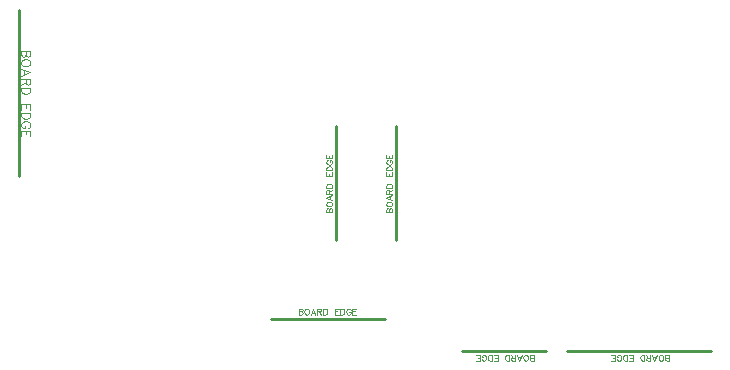
<source format=gbr>
G04 DipTrace 2.4.0.2*
%INTopAssy.gbr*%
%MOIN*%
%ADD10C,0.0098*%
%ADD12C,0.003*%
%ADD89C,0.0046*%
%FSLAX44Y44*%
G04*
G70*
G90*
G75*
G01*
%LNTopAssy*%
%LPD*%
X25834Y4342D2*
D10*
X21046D1*
X13342Y8046D2*
Y11834D1*
X15342Y8046D2*
Y11834D1*
X20334Y4342D2*
X17546D1*
X11171Y5414D2*
X14959D1*
X2759Y15688D2*
Y10177D1*
X24434Y4008D2*
D12*
Y4209D1*
X24348D1*
X24319Y4199D1*
X24310Y4190D1*
X24300Y4171D1*
Y4142D1*
X24310Y4123D1*
X24319Y4113D1*
X24348Y4104D1*
X24319Y4094D1*
X24310Y4084D1*
X24300Y4065D1*
Y4046D1*
X24310Y4027D1*
X24319Y4017D1*
X24348Y4008D1*
X24434D1*
Y4104D2*
X24348D1*
X24181Y4008D2*
X24200Y4017D1*
X24219Y4037D1*
X24229Y4056D1*
X24239Y4084D1*
Y4132D1*
X24229Y4161D1*
X24219Y4180D1*
X24200Y4199D1*
X24181Y4209D1*
X24143D1*
X24124Y4199D1*
X24105Y4180D1*
X24095Y4161D1*
X24086Y4132D1*
Y4084D1*
X24095Y4056D1*
X24105Y4037D1*
X24124Y4017D1*
X24143Y4008D1*
X24181D1*
X23871Y4209D2*
X23947Y4008D1*
X24024Y4209D1*
X23995Y4142D2*
X23899D1*
X23809Y4104D2*
X23723D1*
X23694Y4094D1*
X23684Y4084D1*
X23675Y4065D1*
Y4046D1*
X23684Y4027D1*
X23694Y4017D1*
X23723Y4008D1*
X23809D1*
Y4209D1*
X23742Y4104D2*
X23675Y4209D1*
X23613Y4008D2*
Y4209D1*
X23546D1*
X23517Y4199D1*
X23498Y4180D1*
X23489Y4161D1*
X23479Y4132D1*
Y4084D1*
X23489Y4056D1*
X23498Y4037D1*
X23517Y4017D1*
X23546Y4008D1*
X23613D1*
X23099D2*
X23223D1*
Y4209D1*
X23099D1*
X23223Y4104D2*
X23147D1*
X23037Y4008D2*
Y4209D1*
X22970D1*
X22941Y4199D1*
X22922Y4180D1*
X22913Y4161D1*
X22903Y4132D1*
Y4084D1*
X22913Y4056D1*
X22922Y4037D1*
X22941Y4017D1*
X22970Y4008D1*
X23037D1*
X22698Y4056D2*
X22707Y4037D1*
X22727Y4017D1*
X22746Y4008D1*
X22784D1*
X22803Y4017D1*
X22822Y4037D1*
X22832Y4056D1*
X22841Y4084D1*
Y4132D1*
X22832Y4161D1*
X22822Y4180D1*
X22803Y4199D1*
X22784Y4209D1*
X22746D1*
X22727Y4199D1*
X22707Y4180D1*
X22698Y4161D1*
Y4132D1*
X22746D1*
X22512Y4008D2*
X22636D1*
Y4209D1*
X22512D1*
X22636Y4104D2*
X22560D1*
X13008Y8956D2*
X13209D1*
Y9042D1*
X13199Y9071D1*
X13190Y9080D1*
X13171Y9090D1*
X13142D1*
X13123Y9080D1*
X13113Y9071D1*
X13104Y9042D1*
X13094Y9071D1*
X13084Y9080D1*
X13065Y9090D1*
X13046D1*
X13027Y9080D1*
X13017Y9071D1*
X13008Y9042D1*
Y8956D1*
X13104D2*
Y9042D1*
X13008Y9209D2*
X13017Y9190D1*
X13037Y9171D1*
X13056Y9161D1*
X13084Y9151D1*
X13132D1*
X13161Y9161D1*
X13180Y9171D1*
X13199Y9190D1*
X13209Y9209D1*
Y9247D1*
X13199Y9266D1*
X13180Y9285D1*
X13161Y9295D1*
X13132Y9304D1*
X13084D1*
X13056Y9295D1*
X13037Y9285D1*
X13017Y9266D1*
X13008Y9247D1*
Y9209D1*
X13209Y9519D2*
X13008Y9443D1*
X13209Y9366D1*
X13142Y9395D2*
Y9491D1*
X13104Y9581D2*
Y9667D1*
X13094Y9696D1*
X13084Y9706D1*
X13065Y9715D1*
X13046D1*
X13027Y9706D1*
X13017Y9696D1*
X13008Y9667D1*
Y9581D1*
X13209D1*
X13104Y9648D2*
X13209Y9715D1*
X13008Y9777D2*
X13209D1*
Y9844D1*
X13199Y9873D1*
X13180Y9892D1*
X13161Y9901D1*
X13132Y9911D1*
X13084D1*
X13056Y9901D1*
X13037Y9892D1*
X13017Y9873D1*
X13008Y9844D1*
Y9777D1*
Y10291D2*
Y10167D1*
X13209D1*
Y10291D1*
X13104Y10167D2*
Y10244D1*
X13008Y10353D2*
X13209D1*
Y10420D1*
X13199Y10449D1*
X13180Y10468D1*
X13161Y10477D1*
X13132Y10487D1*
X13084D1*
X13056Y10477D1*
X13037Y10468D1*
X13017Y10449D1*
X13008Y10420D1*
Y10353D1*
X13056Y10692D2*
X13037Y10683D1*
X13017Y10663D1*
X13008Y10644D1*
Y10606D1*
X13017Y10587D1*
X13037Y10568D1*
X13056Y10558D1*
X13084Y10549D1*
X13132D1*
X13161Y10558D1*
X13180Y10568D1*
X13199Y10587D1*
X13209Y10606D1*
Y10644D1*
X13199Y10663D1*
X13180Y10683D1*
X13161Y10692D1*
X13132D1*
Y10644D1*
X13008Y10878D2*
Y10754D1*
X13209D1*
Y10878D1*
X13104Y10754D2*
Y10830D1*
X15008Y8956D2*
X15209D1*
Y9042D1*
X15199Y9071D1*
X15190Y9080D1*
X15171Y9090D1*
X15142D1*
X15123Y9080D1*
X15113Y9071D1*
X15104Y9042D1*
X15094Y9071D1*
X15084Y9080D1*
X15065Y9090D1*
X15046D1*
X15027Y9080D1*
X15017Y9071D1*
X15008Y9042D1*
Y8956D1*
X15104D2*
Y9042D1*
X15008Y9209D2*
X15017Y9190D1*
X15037Y9171D1*
X15056Y9161D1*
X15084Y9151D1*
X15132D1*
X15161Y9161D1*
X15180Y9171D1*
X15199Y9190D1*
X15209Y9209D1*
Y9247D1*
X15199Y9266D1*
X15180Y9285D1*
X15161Y9295D1*
X15132Y9304D1*
X15084D1*
X15056Y9295D1*
X15037Y9285D1*
X15017Y9266D1*
X15008Y9247D1*
Y9209D1*
X15209Y9519D2*
X15008Y9443D1*
X15209Y9366D1*
X15142Y9395D2*
Y9491D1*
X15104Y9581D2*
Y9667D1*
X15094Y9696D1*
X15084Y9706D1*
X15065Y9715D1*
X15046D1*
X15027Y9706D1*
X15017Y9696D1*
X15008Y9667D1*
Y9581D1*
X15209D1*
X15104Y9648D2*
X15209Y9715D1*
X15008Y9777D2*
X15209D1*
Y9844D1*
X15199Y9873D1*
X15180Y9892D1*
X15161Y9901D1*
X15132Y9911D1*
X15084D1*
X15056Y9901D1*
X15037Y9892D1*
X15017Y9873D1*
X15008Y9844D1*
Y9777D1*
Y10291D2*
Y10167D1*
X15209D1*
Y10291D1*
X15104Y10167D2*
Y10244D1*
X15008Y10353D2*
X15209D1*
Y10420D1*
X15199Y10449D1*
X15180Y10468D1*
X15161Y10477D1*
X15132Y10487D1*
X15084D1*
X15056Y10477D1*
X15037Y10468D1*
X15017Y10449D1*
X15008Y10420D1*
Y10353D1*
X15056Y10692D2*
X15037Y10683D1*
X15017Y10663D1*
X15008Y10644D1*
Y10606D1*
X15017Y10587D1*
X15037Y10568D1*
X15056Y10558D1*
X15084Y10549D1*
X15132D1*
X15161Y10558D1*
X15180Y10568D1*
X15199Y10587D1*
X15209Y10606D1*
Y10644D1*
X15199Y10663D1*
X15180Y10683D1*
X15161Y10692D1*
X15132D1*
Y10644D1*
X15008Y10878D2*
Y10754D1*
X15209D1*
Y10878D1*
X15104Y10754D2*
Y10830D1*
X19925Y4008D2*
Y4209D1*
X19839D1*
X19810Y4199D1*
X19800Y4190D1*
X19791Y4171D1*
Y4142D1*
X19800Y4123D1*
X19810Y4113D1*
X19839Y4104D1*
X19810Y4094D1*
X19800Y4084D1*
X19791Y4065D1*
Y4046D1*
X19800Y4027D1*
X19810Y4017D1*
X19839Y4008D1*
X19925D1*
Y4104D2*
X19839D1*
X19672Y4008D2*
X19691Y4017D1*
X19710Y4037D1*
X19720Y4056D1*
X19729Y4084D1*
Y4132D1*
X19720Y4161D1*
X19710Y4180D1*
X19691Y4199D1*
X19672Y4209D1*
X19633D1*
X19614Y4199D1*
X19595Y4180D1*
X19586Y4161D1*
X19576Y4132D1*
Y4084D1*
X19586Y4056D1*
X19595Y4037D1*
X19614Y4017D1*
X19633Y4008D1*
X19672D1*
X19361Y4209D2*
X19438Y4008D1*
X19514Y4209D1*
X19486Y4142D2*
X19390D1*
X19299Y4104D2*
X19213D1*
X19185Y4094D1*
X19175Y4084D1*
X19165Y4065D1*
Y4046D1*
X19175Y4027D1*
X19185Y4017D1*
X19213Y4008D1*
X19299D1*
Y4209D1*
X19232Y4104D2*
X19165Y4209D1*
X19104Y4008D2*
Y4209D1*
X19037D1*
X19008Y4199D1*
X18989Y4180D1*
X18979Y4161D1*
X18970Y4132D1*
Y4084D1*
X18979Y4056D1*
X18989Y4037D1*
X19008Y4017D1*
X19037Y4008D1*
X19104D1*
X18589D2*
X18714D1*
Y4209D1*
X18589D1*
X18714Y4104D2*
X18637D1*
X18528Y4008D2*
Y4209D1*
X18461D1*
X18432Y4199D1*
X18413Y4180D1*
X18403Y4161D1*
X18394Y4132D1*
Y4084D1*
X18403Y4056D1*
X18413Y4037D1*
X18432Y4017D1*
X18461Y4008D1*
X18528D1*
X18188Y4056D2*
X18198Y4037D1*
X18217Y4017D1*
X18236Y4008D1*
X18274D1*
X18294Y4017D1*
X18313Y4037D1*
X18322Y4056D1*
X18332Y4084D1*
Y4132D1*
X18322Y4161D1*
X18313Y4180D1*
X18294Y4199D1*
X18274Y4209D1*
X18236D1*
X18217Y4199D1*
X18198Y4180D1*
X18188Y4161D1*
Y4132D1*
X18236D1*
X18002Y4008D2*
X18127D1*
Y4209D1*
X18002D1*
X18127Y4104D2*
X18050D1*
X12081Y5747D2*
Y5546D1*
X12167D1*
X12196Y5556D1*
X12205Y5566D1*
X12215Y5585D1*
Y5613D1*
X12205Y5633D1*
X12196Y5642D1*
X12167Y5652D1*
X12196Y5661D1*
X12205Y5671D1*
X12215Y5690D1*
Y5709D1*
X12205Y5728D1*
X12196Y5738D1*
X12167Y5747D1*
X12081D1*
Y5652D2*
X12167D1*
X12334Y5747D2*
X12315Y5738D1*
X12296Y5719D1*
X12286Y5700D1*
X12276Y5671D1*
Y5623D1*
X12286Y5594D1*
X12296Y5575D1*
X12315Y5556D1*
X12334Y5546D1*
X12372D1*
X12391Y5556D1*
X12410Y5575D1*
X12420Y5594D1*
X12429Y5623D1*
Y5671D1*
X12420Y5700D1*
X12410Y5719D1*
X12391Y5738D1*
X12372Y5747D1*
X12334D1*
X12644Y5546D2*
X12568Y5747D1*
X12491Y5546D1*
X12520Y5613D2*
X12616D1*
X12706Y5652D2*
X12792D1*
X12821Y5661D1*
X12831Y5671D1*
X12840Y5690D1*
Y5709D1*
X12831Y5728D1*
X12821Y5738D1*
X12792Y5747D1*
X12706D1*
Y5546D1*
X12773Y5652D2*
X12840Y5546D1*
X12902Y5747D2*
Y5546D1*
X12969D1*
X12998Y5556D1*
X13017Y5575D1*
X13026Y5594D1*
X13036Y5623D1*
Y5671D1*
X13026Y5700D1*
X13017Y5719D1*
X12998Y5738D1*
X12969Y5747D1*
X12902D1*
X13416D2*
X13292D1*
Y5546D1*
X13416D1*
X13292Y5652D2*
X13369D1*
X13478Y5747D2*
Y5546D1*
X13545D1*
X13574Y5556D1*
X13593Y5575D1*
X13602Y5594D1*
X13612Y5623D1*
Y5671D1*
X13602Y5700D1*
X13593Y5719D1*
X13574Y5738D1*
X13545Y5747D1*
X13478D1*
X13817Y5700D2*
X13808Y5719D1*
X13788Y5738D1*
X13769Y5747D1*
X13731D1*
X13712Y5738D1*
X13693Y5719D1*
X13683Y5700D1*
X13674Y5671D1*
Y5623D1*
X13683Y5594D1*
X13693Y5575D1*
X13712Y5556D1*
X13731Y5546D1*
X13769D1*
X13788Y5556D1*
X13808Y5575D1*
X13817Y5594D1*
Y5623D1*
X13769D1*
X14003Y5747D2*
X13879D1*
Y5546D1*
X14003D1*
X13879Y5652D2*
X13955D1*
X3140Y12369D2*
D89*
Y12555D1*
X2839D1*
Y12369D1*
X2997Y12555D2*
Y12440D1*
X3140Y12276D2*
X2839D1*
Y12176D1*
X2854Y12133D1*
X2882Y12104D1*
X2911Y12090D1*
X2954Y12075D1*
X3026D1*
X3069Y12090D1*
X3097Y12104D1*
X3126Y12133D1*
X3140Y12176D1*
Y12276D1*
X3069Y11767D2*
X3097Y11782D1*
X3126Y11811D1*
X3140Y11839D1*
Y11896D1*
X3126Y11925D1*
X3097Y11954D1*
X3069Y11968D1*
X3026Y11983D1*
X2954D1*
X2911Y11968D1*
X2882Y11954D1*
X2854Y11925D1*
X2839Y11896D1*
Y11839D1*
X2854Y11811D1*
X2882Y11782D1*
X2911Y11767D1*
X2954D1*
Y11839D1*
X3140Y11488D2*
Y11675D1*
X2839D1*
Y11488D1*
X2997Y11675D2*
Y11560D1*
X3137Y14346D2*
X2835D1*
Y14217D1*
X2850Y14174D1*
X2864Y14160D1*
X2893Y14146D1*
X2936D1*
X2965Y14160D1*
X2979Y14174D1*
X2993Y14217D1*
X3008Y14174D1*
X3022Y14160D1*
X3050Y14146D1*
X3079D1*
X3108Y14160D1*
X3122Y14174D1*
X3137Y14217D1*
Y14346D1*
X2993D2*
Y14217D1*
X3137Y13967D2*
X3122Y13996D1*
X3094Y14024D1*
X3065Y14039D1*
X3022Y14053D1*
X2950D1*
X2907Y14039D1*
X2878Y14024D1*
X2850Y13996D1*
X2835Y13967D1*
Y13909D1*
X2850Y13881D1*
X2878Y13852D1*
X2907Y13838D1*
X2950Y13823D1*
X3022D1*
X3065Y13838D1*
X3094Y13852D1*
X3122Y13881D1*
X3137Y13909D1*
Y13967D1*
X2835Y13501D2*
X3137Y13616D1*
X2835Y13731D1*
X2936Y13688D2*
Y13544D1*
X2993Y13408D2*
Y13279D1*
X3008Y13236D1*
X3022Y13222D1*
X3050Y13207D1*
X3079D1*
X3108Y13222D1*
X3122Y13236D1*
X3137Y13279D1*
Y13408D1*
X2835D1*
X2993Y13308D2*
X2835Y13207D1*
X3137Y13115D2*
X2835D1*
Y13014D1*
X2850Y12971D1*
X2878Y12942D1*
X2907Y12928D1*
X2950Y12914D1*
X3022D1*
X3065Y12928D1*
X3094Y12942D1*
X3122Y12971D1*
X3137Y13014D1*
Y13115D1*
M02*

</source>
